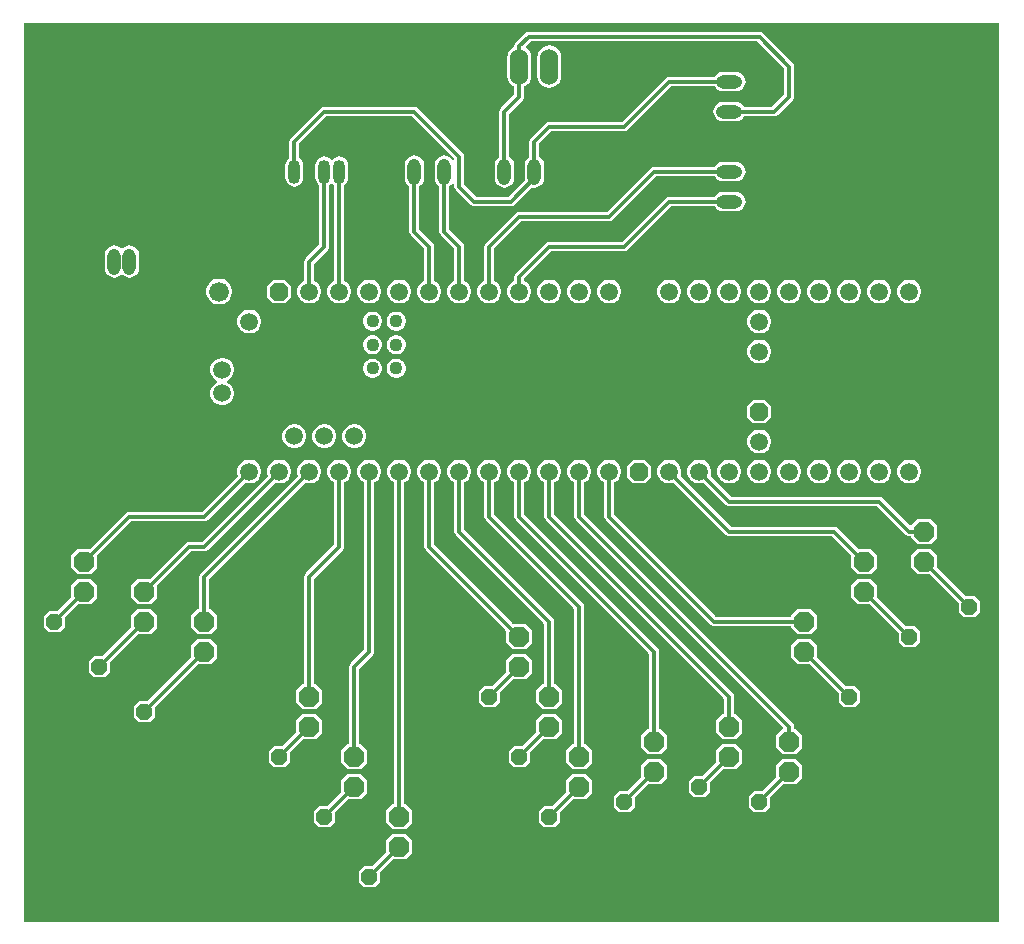
<source format=gbr>
%TF.GenerationSoftware,Altium Limited,Altium Designer,23.10.1 (27)*%
G04 Layer_Physical_Order=2*
G04 Layer_Color=16711680*
%FSLAX45Y45*%
%MOMM*%
%TF.SameCoordinates,426B7773-656D-43CA-B3D1-797A9469BCD4*%
%TF.FilePolarity,Positive*%
%TF.FileFunction,Copper,L2,Bot,Signal*%
%TF.Part,Single*%
G01*
G75*
%TA.AperFunction,ComponentPad*%
G04:AMPARAMS|DCode=10|XSize=1.6764mm|YSize=1.6764mm|CornerRadius=0mm|HoleSize=0mm|Usage=FLASHONLY|Rotation=270.000|XOffset=0mm|YOffset=0mm|HoleType=Round|Shape=Octagon|*
%AMOCTAGOND10*
4,1,8,-0.41910,-0.83820,0.41910,-0.83820,0.83820,-0.41910,0.83820,0.41910,0.41910,0.83820,-0.41910,0.83820,-0.83820,0.41910,-0.83820,-0.41910,-0.41910,-0.83820,0.0*
%
%ADD10OCTAGOND10*%

%ADD11O,1.10795X2.21590*%
G04:AMPARAMS|DCode=12|XSize=1.3208mm|YSize=1.3208mm|CornerRadius=0mm|HoleSize=0mm|Usage=FLASHONLY|Rotation=90.000|XOffset=0mm|YOffset=0mm|HoleType=Round|Shape=Octagon|*
%AMOCTAGOND12*
4,1,8,0.33020,0.66040,-0.33020,0.66040,-0.66040,0.33020,-0.66040,-0.33020,-0.33020,-0.66040,0.33020,-0.66040,0.66040,-0.33020,0.66040,0.33020,0.33020,0.66040,0.0*
%
%ADD12OCTAGOND12*%

%ADD13O,1.52400X3.04800*%
%ADD14O,1.01600X2.03200*%
%ADD15O,2.21590X1.10795*%
%ADD16C,1.10795*%
%ADD17C,1.50800*%
%ADD18R,1.50800X1.50800*%
G04:AMPARAMS|DCode=19|XSize=1.508mm|YSize=1.508mm|CornerRadius=0mm|HoleSize=0mm|Usage=FLASHONLY|Rotation=90.000|XOffset=0mm|YOffset=0mm|HoleType=Round|Shape=Octagon|*
%AMOCTAGOND19*
4,1,8,0.37700,0.75400,-0.37700,0.75400,-0.75400,0.37700,-0.75400,-0.37700,-0.37700,-0.75400,0.37700,-0.75400,0.75400,-0.37700,0.75400,0.37700,0.37700,0.75400,0.0*
%
%ADD19OCTAGOND19*%

%ADD20C,1.67640*%
%ADD21R,1.50800X1.50800*%
G04:AMPARAMS|DCode=22|XSize=1.3208mm|YSize=1.3208mm|CornerRadius=0mm|HoleSize=0mm|Usage=FLASHONLY|Rotation=0.000|XOffset=0mm|YOffset=0mm|HoleType=Round|Shape=Octagon|*
%AMOCTAGOND22*
4,1,8,0.66040,-0.33020,0.66040,0.33020,0.33020,0.66040,-0.33020,0.66040,-0.66040,0.33020,-0.66040,-0.33020,-0.33020,-0.66040,0.33020,-0.66040,0.66040,-0.33020,0.0*
%
%ADD22OCTAGOND22*%

%TA.AperFunction,Conductor*%
%ADD23C,0.30480*%
G36*
X8382000Y127000D02*
X127000D01*
Y7738529D01*
X8382000D01*
Y127000D01*
D02*
G37*
%LPC*%
G36*
X4572000Y7544677D02*
X4545477Y7541185D01*
X4520762Y7530948D01*
X4499538Y7514662D01*
X4483252Y7493438D01*
X4473015Y7468723D01*
X4469523Y7442200D01*
Y7289800D01*
X4473015Y7263277D01*
X4483252Y7238562D01*
X4499538Y7217338D01*
X4520762Y7201052D01*
X4545477Y7190815D01*
X4572000Y7187323D01*
X4598523Y7190815D01*
X4623238Y7201052D01*
X4644462Y7217338D01*
X4660748Y7238562D01*
X4670985Y7263277D01*
X4674477Y7289800D01*
Y7442200D01*
X4670985Y7468723D01*
X4660748Y7493438D01*
X4644462Y7514662D01*
X4623238Y7530948D01*
X4598523Y7541185D01*
X4572000Y7544677D01*
D02*
G37*
G36*
X6151397Y7320495D02*
X6040603D01*
X6019510Y7317718D01*
X5999855Y7309576D01*
X5982977Y7296625D01*
X5970555Y7280436D01*
X5588000D01*
X5572143Y7277282D01*
X5558700Y7268300D01*
X5189836Y6899436D01*
X4572000D01*
X4556143Y6896282D01*
X4542700Y6887300D01*
X4415700Y6760300D01*
X4406718Y6746857D01*
X4403564Y6731000D01*
Y6602445D01*
X4387375Y6590023D01*
X4374424Y6573145D01*
X4366282Y6553490D01*
X4363505Y6532397D01*
Y6421603D01*
X4366169Y6401372D01*
X4229234Y6264436D01*
X3954164D01*
X3851436Y6367164D01*
Y6604000D01*
X3848282Y6619857D01*
X3839300Y6633300D01*
X3458300Y7014300D01*
X3444857Y7023282D01*
X3429000Y7026436D01*
X2667001D01*
X2667000Y7026437D01*
X2651143Y7023282D01*
X2637700Y7014300D01*
X2383700Y6760300D01*
X2374718Y6746857D01*
X2371564Y6731000D01*
Y6592053D01*
X2358653Y6582147D01*
X2346439Y6566229D01*
X2338761Y6547692D01*
X2336142Y6527800D01*
Y6426200D01*
X2338761Y6406308D01*
X2346439Y6387771D01*
X2358653Y6371853D01*
X2374571Y6359639D01*
X2393108Y6351961D01*
X2413000Y6349342D01*
X2432892Y6351961D01*
X2451429Y6359639D01*
X2467347Y6371853D01*
X2479561Y6387771D01*
X2487239Y6406308D01*
X2489858Y6426200D01*
Y6527800D01*
X2487239Y6547692D01*
X2479561Y6566229D01*
X2467347Y6582147D01*
X2454436Y6592053D01*
Y6713836D01*
X2684164Y6943564D01*
X3411836D01*
X3768564Y6586836D01*
Y6570149D01*
X3755864Y6567623D01*
X3753576Y6573145D01*
X3740625Y6590023D01*
X3723747Y6602974D01*
X3704092Y6611115D01*
X3683000Y6613892D01*
X3661908Y6611115D01*
X3642253Y6602974D01*
X3625375Y6590023D01*
X3612424Y6573145D01*
X3604282Y6553490D01*
X3601505Y6532397D01*
Y6421603D01*
X3604282Y6400510D01*
X3612424Y6380855D01*
X3625375Y6363977D01*
X3641564Y6351555D01*
Y5969000D01*
X3644718Y5953143D01*
X3653700Y5939700D01*
X3768564Y5824836D01*
Y5553470D01*
X3748108Y5541660D01*
X3729340Y5522892D01*
X3716070Y5499907D01*
X3709200Y5474270D01*
Y5447730D01*
X3716070Y5422093D01*
X3729340Y5399108D01*
X3748108Y5380340D01*
X3771093Y5367070D01*
X3796730Y5360200D01*
X3823270D01*
X3848907Y5367070D01*
X3871892Y5380340D01*
X3890660Y5399108D01*
X3903930Y5422093D01*
X3910800Y5447730D01*
Y5474270D01*
X3903930Y5499907D01*
X3890660Y5522892D01*
X3871892Y5541660D01*
X3851436Y5553470D01*
Y5842000D01*
X3848282Y5857857D01*
X3839300Y5871300D01*
X3724436Y5986164D01*
Y6351555D01*
X3740625Y6363977D01*
X3753576Y6380855D01*
X3755864Y6386377D01*
X3768564Y6383851D01*
Y6350000D01*
X3771718Y6334143D01*
X3780700Y6320700D01*
X3907700Y6193700D01*
X3921143Y6184718D01*
X3937000Y6181564D01*
X4246397D01*
X4262254Y6184718D01*
X4275697Y6193700D01*
X4424769Y6342772D01*
X4445000Y6340108D01*
X4466092Y6342885D01*
X4485747Y6351026D01*
X4502625Y6363977D01*
X4515576Y6380855D01*
X4523718Y6400510D01*
X4526495Y6421603D01*
Y6532397D01*
X4523718Y6553490D01*
X4515576Y6573145D01*
X4502625Y6590023D01*
X4486436Y6602445D01*
Y6713836D01*
X4589164Y6816564D01*
X5207000D01*
X5222857Y6819718D01*
X5236300Y6828700D01*
X5605164Y7197564D01*
X5970555D01*
X5982977Y7181375D01*
X5999855Y7168424D01*
X6019510Y7160282D01*
X6040603Y7157505D01*
X6151397D01*
X6172490Y7160282D01*
X6192145Y7168424D01*
X6209023Y7181375D01*
X6221974Y7198253D01*
X6230115Y7217908D01*
X6232892Y7239000D01*
X6230115Y7260092D01*
X6221974Y7279747D01*
X6209023Y7296625D01*
X6192145Y7309576D01*
X6172490Y7317718D01*
X6151397Y7320495D01*
D02*
G37*
G36*
X6349999Y7661436D02*
X4396400D01*
X4380543Y7658282D01*
X4367100Y7649300D01*
X4288700Y7570900D01*
X4279718Y7557457D01*
X4276564Y7541600D01*
Y7535008D01*
X4266762Y7530948D01*
X4245538Y7514662D01*
X4229252Y7493438D01*
X4219015Y7468723D01*
X4215523Y7442200D01*
Y7289800D01*
X4219015Y7263277D01*
X4229252Y7238562D01*
X4245538Y7217338D01*
X4266762Y7201052D01*
X4276564Y7196992D01*
Y7129164D01*
X4161700Y7014300D01*
X4152718Y7000857D01*
X4149564Y6985000D01*
Y6602445D01*
X4133375Y6590023D01*
X4120424Y6573145D01*
X4112282Y6553490D01*
X4109505Y6532397D01*
Y6421603D01*
X4112282Y6400510D01*
X4120424Y6380855D01*
X4133375Y6363977D01*
X4150253Y6351026D01*
X4169908Y6342885D01*
X4191000Y6340108D01*
X4212092Y6342885D01*
X4231747Y6351026D01*
X4248625Y6363977D01*
X4261576Y6380855D01*
X4269718Y6400510D01*
X4272495Y6421603D01*
Y6532397D01*
X4269718Y6553490D01*
X4261576Y6573145D01*
X4248625Y6590023D01*
X4232436Y6602445D01*
Y6967836D01*
X4347300Y7082700D01*
X4356282Y7096143D01*
X4359436Y7112000D01*
Y7196992D01*
X4369238Y7201052D01*
X4390462Y7217338D01*
X4406748Y7238562D01*
X4416985Y7263277D01*
X4420477Y7289800D01*
Y7442200D01*
X4416985Y7468723D01*
X4406748Y7493438D01*
X4390462Y7514662D01*
X4377539Y7524579D01*
X4376223Y7541223D01*
X4413563Y7578564D01*
X6332836D01*
X6562564Y7348837D01*
Y7129164D01*
X6459836Y7026436D01*
X6221445D01*
X6209023Y7042625D01*
X6192145Y7055576D01*
X6172490Y7063718D01*
X6151397Y7066495D01*
X6040603D01*
X6019510Y7063718D01*
X5999855Y7055576D01*
X5982977Y7042625D01*
X5970026Y7025747D01*
X5961885Y7006092D01*
X5959108Y6985000D01*
X5961885Y6963908D01*
X5970026Y6944253D01*
X5982977Y6927375D01*
X5999855Y6914424D01*
X6019510Y6906282D01*
X6040603Y6903505D01*
X6151397D01*
X6172490Y6906282D01*
X6192145Y6914424D01*
X6209023Y6927375D01*
X6221445Y6943564D01*
X6477000D01*
X6492857Y6946718D01*
X6506300Y6955700D01*
X6633300Y7082700D01*
X6642282Y7096143D01*
X6645436Y7112000D01*
Y7365999D01*
X6645437Y7366000D01*
X6642282Y7381857D01*
X6633300Y7395300D01*
X6379299Y7649300D01*
X6365856Y7658282D01*
X6349999Y7661436D01*
D02*
G37*
G36*
X2794000Y6604658D02*
X2774108Y6602039D01*
X2755571Y6594361D01*
X2739653Y6582147D01*
X2736850Y6578493D01*
X2724150D01*
X2721347Y6582147D01*
X2705429Y6594361D01*
X2686892Y6602039D01*
X2667000Y6604658D01*
X2647108Y6602039D01*
X2628571Y6594361D01*
X2612653Y6582147D01*
X2600439Y6566229D01*
X2592761Y6547692D01*
X2590142Y6527800D01*
Y6426200D01*
X2592761Y6406308D01*
X2600439Y6387771D01*
X2612653Y6371853D01*
X2625564Y6361947D01*
Y5859164D01*
X2510700Y5744300D01*
X2501718Y5730857D01*
X2498564Y5715000D01*
Y5553470D01*
X2478108Y5541660D01*
X2459340Y5522892D01*
X2446070Y5499907D01*
X2439200Y5474270D01*
Y5447730D01*
X2446070Y5422093D01*
X2459340Y5399108D01*
X2478108Y5380340D01*
X2501093Y5367070D01*
X2526730Y5360200D01*
X2553270D01*
X2578907Y5367070D01*
X2601892Y5380340D01*
X2620660Y5399108D01*
X2633930Y5422093D01*
X2640800Y5447730D01*
Y5474270D01*
X2633930Y5499907D01*
X2620660Y5522892D01*
X2601892Y5541660D01*
X2581436Y5553470D01*
Y5697836D01*
X2696300Y5812700D01*
X2705282Y5826143D01*
X2708436Y5842000D01*
Y6361947D01*
X2721347Y6371853D01*
X2724150Y6375507D01*
X2736850D01*
X2739653Y6371853D01*
X2752564Y6361947D01*
Y5553470D01*
X2732108Y5541660D01*
X2713340Y5522892D01*
X2700070Y5499907D01*
X2693200Y5474270D01*
Y5447730D01*
X2700070Y5422093D01*
X2713340Y5399108D01*
X2732108Y5380340D01*
X2755093Y5367070D01*
X2780730Y5360200D01*
X2807270D01*
X2832907Y5367070D01*
X2855892Y5380340D01*
X2874660Y5399108D01*
X2887930Y5422093D01*
X2894800Y5447730D01*
Y5474270D01*
X2887930Y5499907D01*
X2874660Y5522892D01*
X2855892Y5541660D01*
X2835436Y5553470D01*
Y6361947D01*
X2848347Y6371853D01*
X2860561Y6387771D01*
X2868239Y6406308D01*
X2870858Y6426200D01*
Y6527800D01*
X2868239Y6547692D01*
X2860561Y6566229D01*
X2848347Y6582147D01*
X2832429Y6594361D01*
X2813892Y6602039D01*
X2794000Y6604658D01*
D02*
G37*
G36*
X6151397Y6558495D02*
X6040603D01*
X6019510Y6555718D01*
X5999855Y6547576D01*
X5982977Y6534625D01*
X5970555Y6518436D01*
X5461000D01*
X5445143Y6515282D01*
X5431700Y6506300D01*
X5062836Y6137436D01*
X4318001D01*
X4318000Y6137437D01*
X4302143Y6134282D01*
X4288700Y6125300D01*
X4034700Y5871300D01*
X4025718Y5857857D01*
X4022564Y5842000D01*
Y5553470D01*
X4002108Y5541660D01*
X3983340Y5522892D01*
X3970070Y5499907D01*
X3963200Y5474270D01*
Y5447730D01*
X3970070Y5422093D01*
X3983340Y5399108D01*
X4002108Y5380340D01*
X4025093Y5367070D01*
X4050730Y5360200D01*
X4077270D01*
X4102907Y5367070D01*
X4125892Y5380340D01*
X4144660Y5399108D01*
X4157930Y5422093D01*
X4164800Y5447730D01*
Y5474270D01*
X4157930Y5499907D01*
X4144660Y5522892D01*
X4125892Y5541660D01*
X4105436Y5553470D01*
Y5824836D01*
X4335164Y6054564D01*
X5080000D01*
X5095857Y6057718D01*
X5109300Y6066700D01*
X5478164Y6435564D01*
X5970555D01*
X5982977Y6419375D01*
X5999855Y6406424D01*
X6019510Y6398282D01*
X6040603Y6395505D01*
X6151397D01*
X6172490Y6398282D01*
X6192145Y6406424D01*
X6209023Y6419375D01*
X6221974Y6436253D01*
X6230115Y6455908D01*
X6232892Y6477000D01*
X6230115Y6498092D01*
X6221974Y6517747D01*
X6209023Y6534625D01*
X6192145Y6547576D01*
X6172490Y6555718D01*
X6151397Y6558495D01*
D02*
G37*
G36*
Y6304495D02*
X6040603D01*
X6019510Y6301718D01*
X5999855Y6293576D01*
X5982977Y6280625D01*
X5970555Y6264436D01*
X5588000D01*
X5572143Y6261282D01*
X5558700Y6252300D01*
X5189836Y5883436D01*
X4572001D01*
X4572000Y5883437D01*
X4556143Y5880282D01*
X4542700Y5871300D01*
X4288700Y5617300D01*
X4279718Y5603857D01*
X4276564Y5588000D01*
Y5553470D01*
X4256108Y5541660D01*
X4237340Y5522892D01*
X4224070Y5499907D01*
X4217200Y5474270D01*
Y5447730D01*
X4224070Y5422093D01*
X4237340Y5399108D01*
X4256108Y5380340D01*
X4279093Y5367070D01*
X4304730Y5360200D01*
X4331270D01*
X4356907Y5367070D01*
X4379892Y5380340D01*
X4398660Y5399108D01*
X4411930Y5422093D01*
X4418800Y5447730D01*
Y5474270D01*
X4411930Y5499907D01*
X4398660Y5522892D01*
X4379892Y5541660D01*
X4359436Y5553470D01*
Y5570836D01*
X4589164Y5800564D01*
X5207000D01*
X5222857Y5803718D01*
X5236300Y5812700D01*
X5605164Y6181564D01*
X5970555D01*
X5982977Y6165375D01*
X5999855Y6152424D01*
X6019510Y6144282D01*
X6040603Y6141505D01*
X6151397D01*
X6172490Y6144282D01*
X6192145Y6152424D01*
X6209023Y6165375D01*
X6221974Y6182253D01*
X6230115Y6201908D01*
X6232892Y6223000D01*
X6230115Y6244092D01*
X6221974Y6263747D01*
X6209023Y6280625D01*
X6192145Y6293576D01*
X6172490Y6301718D01*
X6151397Y6304495D01*
D02*
G37*
G36*
X1016000Y5851892D02*
X994908Y5849115D01*
X975253Y5840974D01*
X961055Y5830080D01*
X952500Y5828860D01*
X943945Y5830080D01*
X929747Y5840974D01*
X910092Y5849115D01*
X889000Y5851892D01*
X867908Y5849115D01*
X848253Y5840974D01*
X831375Y5828023D01*
X818424Y5811145D01*
X810282Y5791490D01*
X807505Y5770397D01*
Y5659603D01*
X810282Y5638510D01*
X818424Y5618855D01*
X831375Y5601977D01*
X848253Y5589026D01*
X867908Y5580885D01*
X889000Y5578108D01*
X910092Y5580885D01*
X929747Y5589026D01*
X943945Y5599920D01*
X952500Y5601140D01*
X961055Y5599920D01*
X975253Y5589026D01*
X994908Y5580885D01*
X1016000Y5578108D01*
X1037092Y5580885D01*
X1056747Y5589026D01*
X1073625Y5601977D01*
X1086576Y5618855D01*
X1094718Y5638510D01*
X1097495Y5659603D01*
Y5770397D01*
X1094718Y5791490D01*
X1086576Y5811145D01*
X1073625Y5828023D01*
X1056747Y5840974D01*
X1037092Y5849115D01*
X1016000Y5851892D01*
D02*
G37*
G36*
X7633270Y5561800D02*
X7606730D01*
X7581093Y5554930D01*
X7558108Y5541660D01*
X7539340Y5522892D01*
X7526070Y5499907D01*
X7519200Y5474270D01*
Y5447730D01*
X7526070Y5422093D01*
X7539340Y5399108D01*
X7558108Y5380340D01*
X7581093Y5367070D01*
X7606730Y5360200D01*
X7633270D01*
X7658907Y5367070D01*
X7681892Y5380340D01*
X7700660Y5399108D01*
X7713930Y5422093D01*
X7720800Y5447730D01*
Y5474270D01*
X7713930Y5499907D01*
X7700660Y5522892D01*
X7681892Y5541660D01*
X7658907Y5554930D01*
X7633270Y5561800D01*
D02*
G37*
G36*
X7379270D02*
X7352730D01*
X7327093Y5554930D01*
X7304108Y5541660D01*
X7285340Y5522892D01*
X7272070Y5499907D01*
X7265200Y5474270D01*
Y5447730D01*
X7272070Y5422093D01*
X7285340Y5399108D01*
X7304108Y5380340D01*
X7327093Y5367070D01*
X7352730Y5360200D01*
X7379270D01*
X7404907Y5367070D01*
X7427892Y5380340D01*
X7446660Y5399108D01*
X7459930Y5422093D01*
X7466800Y5447730D01*
Y5474270D01*
X7459930Y5499907D01*
X7446660Y5522892D01*
X7427892Y5541660D01*
X7404907Y5554930D01*
X7379270Y5561800D01*
D02*
G37*
G36*
X7125270D02*
X7098730D01*
X7073093Y5554930D01*
X7050108Y5541660D01*
X7031340Y5522892D01*
X7018070Y5499907D01*
X7011200Y5474270D01*
Y5447730D01*
X7018070Y5422093D01*
X7031340Y5399108D01*
X7050108Y5380340D01*
X7073093Y5367070D01*
X7098730Y5360200D01*
X7125270D01*
X7150907Y5367070D01*
X7173892Y5380340D01*
X7192660Y5399108D01*
X7205930Y5422093D01*
X7212800Y5447730D01*
Y5474270D01*
X7205930Y5499907D01*
X7192660Y5522892D01*
X7173892Y5541660D01*
X7150907Y5554930D01*
X7125270Y5561800D01*
D02*
G37*
G36*
X6871270D02*
X6844730D01*
X6819093Y5554930D01*
X6796108Y5541660D01*
X6777340Y5522892D01*
X6764070Y5499907D01*
X6757200Y5474270D01*
Y5447730D01*
X6764070Y5422093D01*
X6777340Y5399108D01*
X6796108Y5380340D01*
X6819093Y5367070D01*
X6844730Y5360200D01*
X6871270D01*
X6896907Y5367070D01*
X6919892Y5380340D01*
X6938660Y5399108D01*
X6951930Y5422093D01*
X6958800Y5447730D01*
Y5474270D01*
X6951930Y5499907D01*
X6938660Y5522892D01*
X6919892Y5541660D01*
X6896907Y5554930D01*
X6871270Y5561800D01*
D02*
G37*
G36*
X6617270D02*
X6590730D01*
X6565093Y5554930D01*
X6542108Y5541660D01*
X6523340Y5522892D01*
X6510070Y5499907D01*
X6503200Y5474270D01*
Y5447730D01*
X6510070Y5422093D01*
X6523340Y5399108D01*
X6542108Y5380340D01*
X6565093Y5367070D01*
X6590730Y5360200D01*
X6617270D01*
X6642907Y5367070D01*
X6665892Y5380340D01*
X6684660Y5399108D01*
X6697930Y5422093D01*
X6704800Y5447730D01*
Y5474270D01*
X6697930Y5499907D01*
X6684660Y5522892D01*
X6665892Y5541660D01*
X6642907Y5554930D01*
X6617270Y5561800D01*
D02*
G37*
G36*
X6363270D02*
X6336730D01*
X6311093Y5554930D01*
X6288108Y5541660D01*
X6269340Y5522892D01*
X6256070Y5499907D01*
X6249200Y5474270D01*
Y5447730D01*
X6256070Y5422093D01*
X6269340Y5399108D01*
X6288108Y5380340D01*
X6311093Y5367070D01*
X6336730Y5360200D01*
X6363270D01*
X6388907Y5367070D01*
X6411892Y5380340D01*
X6430660Y5399108D01*
X6443930Y5422093D01*
X6450800Y5447730D01*
Y5474270D01*
X6443930Y5499907D01*
X6430660Y5522892D01*
X6411892Y5541660D01*
X6388907Y5554930D01*
X6363270Y5561800D01*
D02*
G37*
G36*
X6109270D02*
X6082730D01*
X6057093Y5554930D01*
X6034108Y5541660D01*
X6015340Y5522892D01*
X6002070Y5499907D01*
X5995200Y5474270D01*
Y5447730D01*
X6002070Y5422093D01*
X6015340Y5399108D01*
X6034108Y5380340D01*
X6057093Y5367070D01*
X6082730Y5360200D01*
X6109270D01*
X6134907Y5367070D01*
X6157892Y5380340D01*
X6176660Y5399108D01*
X6189930Y5422093D01*
X6196800Y5447730D01*
Y5474270D01*
X6189930Y5499907D01*
X6176660Y5522892D01*
X6157892Y5541660D01*
X6134907Y5554930D01*
X6109270Y5561800D01*
D02*
G37*
G36*
X5855270D02*
X5828730D01*
X5803093Y5554930D01*
X5780108Y5541660D01*
X5761340Y5522892D01*
X5748070Y5499907D01*
X5741200Y5474270D01*
Y5447730D01*
X5748070Y5422093D01*
X5761340Y5399108D01*
X5780108Y5380340D01*
X5803093Y5367070D01*
X5828730Y5360200D01*
X5855270D01*
X5880907Y5367070D01*
X5903892Y5380340D01*
X5922660Y5399108D01*
X5935930Y5422093D01*
X5942800Y5447730D01*
Y5474270D01*
X5935930Y5499907D01*
X5922660Y5522892D01*
X5903892Y5541660D01*
X5880907Y5554930D01*
X5855270Y5561800D01*
D02*
G37*
G36*
X5601270D02*
X5574730D01*
X5549093Y5554930D01*
X5526108Y5541660D01*
X5507340Y5522892D01*
X5494070Y5499907D01*
X5487200Y5474270D01*
Y5447730D01*
X5494070Y5422093D01*
X5507340Y5399108D01*
X5526108Y5380340D01*
X5549093Y5367070D01*
X5574730Y5360200D01*
X5601270D01*
X5626907Y5367070D01*
X5649892Y5380340D01*
X5668660Y5399108D01*
X5681930Y5422093D01*
X5688800Y5447730D01*
Y5474270D01*
X5681930Y5499907D01*
X5668660Y5522892D01*
X5649892Y5541660D01*
X5626907Y5554930D01*
X5601270Y5561800D01*
D02*
G37*
G36*
X5093270D02*
X5066730D01*
X5041093Y5554930D01*
X5018108Y5541660D01*
X4999340Y5522892D01*
X4986070Y5499907D01*
X4979200Y5474270D01*
Y5447730D01*
X4986070Y5422093D01*
X4999340Y5399108D01*
X5018108Y5380340D01*
X5041093Y5367070D01*
X5066730Y5360200D01*
X5093270D01*
X5118907Y5367070D01*
X5141892Y5380340D01*
X5160660Y5399108D01*
X5173930Y5422093D01*
X5180800Y5447730D01*
Y5474270D01*
X5173930Y5499907D01*
X5160660Y5522892D01*
X5141892Y5541660D01*
X5118907Y5554930D01*
X5093270Y5561800D01*
D02*
G37*
G36*
X4839270D02*
X4812730D01*
X4787093Y5554930D01*
X4764108Y5541660D01*
X4745340Y5522892D01*
X4732070Y5499907D01*
X4725200Y5474270D01*
Y5447730D01*
X4732070Y5422093D01*
X4745340Y5399108D01*
X4764108Y5380340D01*
X4787093Y5367070D01*
X4812730Y5360200D01*
X4839270D01*
X4864907Y5367070D01*
X4887892Y5380340D01*
X4906660Y5399108D01*
X4919930Y5422093D01*
X4926800Y5447730D01*
Y5474270D01*
X4919930Y5499907D01*
X4906660Y5522892D01*
X4887892Y5541660D01*
X4864907Y5554930D01*
X4839270Y5561800D01*
D02*
G37*
G36*
X4585270D02*
X4558730D01*
X4533093Y5554930D01*
X4510108Y5541660D01*
X4491340Y5522892D01*
X4478070Y5499907D01*
X4471200Y5474270D01*
Y5447730D01*
X4478070Y5422093D01*
X4491340Y5399108D01*
X4510108Y5380340D01*
X4533093Y5367070D01*
X4558730Y5360200D01*
X4585270D01*
X4610907Y5367070D01*
X4633892Y5380340D01*
X4652660Y5399108D01*
X4665930Y5422093D01*
X4672800Y5447730D01*
Y5474270D01*
X4665930Y5499907D01*
X4652660Y5522892D01*
X4633892Y5541660D01*
X4610907Y5554930D01*
X4585270Y5561800D01*
D02*
G37*
G36*
X3429000Y6613892D02*
X3407908Y6611115D01*
X3388253Y6602974D01*
X3371375Y6590023D01*
X3358424Y6573145D01*
X3350282Y6553490D01*
X3347505Y6532397D01*
Y6421603D01*
X3350282Y6400510D01*
X3358424Y6380855D01*
X3371375Y6363977D01*
X3387564Y6351555D01*
Y5969000D01*
X3390718Y5953143D01*
X3399700Y5939700D01*
X3514564Y5824836D01*
Y5553470D01*
X3494108Y5541660D01*
X3475340Y5522892D01*
X3462070Y5499907D01*
X3455200Y5474270D01*
Y5447730D01*
X3462070Y5422093D01*
X3475340Y5399108D01*
X3494108Y5380340D01*
X3517093Y5367070D01*
X3542730Y5360200D01*
X3569270D01*
X3594907Y5367070D01*
X3617892Y5380340D01*
X3636660Y5399108D01*
X3649930Y5422093D01*
X3656800Y5447730D01*
Y5474270D01*
X3649930Y5499907D01*
X3636660Y5522892D01*
X3617892Y5541660D01*
X3597436Y5553470D01*
Y5842000D01*
X3594282Y5857857D01*
X3585300Y5871300D01*
X3470436Y5986164D01*
Y6351555D01*
X3486625Y6363977D01*
X3499576Y6380855D01*
X3507718Y6400510D01*
X3510495Y6421603D01*
Y6532397D01*
X3507718Y6553490D01*
X3499576Y6573145D01*
X3486625Y6590023D01*
X3469747Y6602974D01*
X3450092Y6611115D01*
X3429000Y6613892D01*
D02*
G37*
G36*
X3315270Y5561800D02*
X3288730D01*
X3263093Y5554930D01*
X3240108Y5541660D01*
X3221340Y5522892D01*
X3208070Y5499907D01*
X3201200Y5474270D01*
Y5447730D01*
X3208070Y5422093D01*
X3221340Y5399108D01*
X3240108Y5380340D01*
X3263093Y5367070D01*
X3288730Y5360200D01*
X3315270D01*
X3340907Y5367070D01*
X3363892Y5380340D01*
X3382660Y5399108D01*
X3395930Y5422093D01*
X3402800Y5447730D01*
Y5474270D01*
X3395930Y5499907D01*
X3382660Y5522892D01*
X3363892Y5541660D01*
X3340907Y5554930D01*
X3315270Y5561800D01*
D02*
G37*
G36*
X3061270D02*
X3034730D01*
X3009093Y5554930D01*
X2986108Y5541660D01*
X2967340Y5522892D01*
X2954070Y5499907D01*
X2947200Y5474270D01*
Y5447730D01*
X2954070Y5422093D01*
X2967340Y5399108D01*
X2986108Y5380340D01*
X3009093Y5367070D01*
X3034730Y5360200D01*
X3061270D01*
X3086907Y5367070D01*
X3109892Y5380340D01*
X3128660Y5399108D01*
X3141930Y5422093D01*
X3148800Y5447730D01*
Y5474270D01*
X3141930Y5499907D01*
X3128660Y5522892D01*
X3109892Y5541660D01*
X3086907Y5554930D01*
X3061270Y5561800D01*
D02*
G37*
G36*
X2336400D02*
X2235600D01*
X2185200Y5511400D01*
Y5410600D01*
X2235600Y5360200D01*
X2336400D01*
X2386800Y5410600D01*
Y5511400D01*
X2336400Y5561800D01*
D02*
G37*
G36*
X1792379Y5570220D02*
X1763621D01*
X1735843Y5562777D01*
X1710937Y5548398D01*
X1690602Y5528063D01*
X1676223Y5503157D01*
X1668780Y5475379D01*
Y5446621D01*
X1676223Y5418843D01*
X1690602Y5393937D01*
X1710937Y5373602D01*
X1735843Y5359223D01*
X1763621Y5351780D01*
X1792379D01*
X1820157Y5359223D01*
X1845063Y5373602D01*
X1865398Y5393937D01*
X1879777Y5418843D01*
X1887220Y5446621D01*
Y5475379D01*
X1879777Y5503157D01*
X1865398Y5528063D01*
X1845063Y5548398D01*
X1820157Y5562777D01*
X1792379Y5570220D01*
D02*
G37*
G36*
X3285637Y5291785D02*
X3264363D01*
X3243813Y5286279D01*
X3225389Y5275642D01*
X3210346Y5260599D01*
X3199709Y5242174D01*
X3194202Y5221625D01*
Y5200351D01*
X3199709Y5179801D01*
X3210346Y5161377D01*
X3225389Y5146334D01*
X3243813Y5135697D01*
X3264363Y5130190D01*
X3285637D01*
X3306186Y5135697D01*
X3324611Y5146334D01*
X3339654Y5161377D01*
X3350291Y5179801D01*
X3355797Y5200351D01*
Y5221625D01*
X3350291Y5242174D01*
X3339654Y5260599D01*
X3324611Y5275642D01*
X3306186Y5286279D01*
X3285637Y5291785D01*
D02*
G37*
G36*
X3085637D02*
X3064363D01*
X3043814Y5286279D01*
X3025389Y5275642D01*
X3010346Y5260599D01*
X2999709Y5242174D01*
X2994203Y5221625D01*
Y5200351D01*
X2999709Y5179801D01*
X3010346Y5161377D01*
X3025389Y5146334D01*
X3043814Y5135697D01*
X3064363Y5130190D01*
X3085637D01*
X3106187Y5135697D01*
X3124611Y5146334D01*
X3139654Y5161377D01*
X3150291Y5179801D01*
X3155798Y5200351D01*
Y5221625D01*
X3150291Y5242174D01*
X3139654Y5260599D01*
X3124611Y5275642D01*
X3106187Y5286279D01*
X3085637Y5291785D01*
D02*
G37*
G36*
X6363270Y5307800D02*
X6336730D01*
X6311093Y5300930D01*
X6288108Y5287660D01*
X6269340Y5268892D01*
X6256070Y5245907D01*
X6249200Y5220270D01*
Y5193730D01*
X6256070Y5168093D01*
X6269340Y5145108D01*
X6288108Y5126340D01*
X6311093Y5113070D01*
X6336730Y5106200D01*
X6363270D01*
X6388907Y5113070D01*
X6411892Y5126340D01*
X6430660Y5145108D01*
X6443930Y5168093D01*
X6450800Y5193730D01*
Y5220270D01*
X6443930Y5245907D01*
X6430660Y5268892D01*
X6411892Y5287660D01*
X6388907Y5300930D01*
X6363270Y5307800D01*
D02*
G37*
G36*
X2045270D02*
X2018730D01*
X1993093Y5300930D01*
X1970108Y5287660D01*
X1951340Y5268892D01*
X1938070Y5245907D01*
X1931200Y5220270D01*
Y5193730D01*
X1938070Y5168093D01*
X1951340Y5145108D01*
X1970108Y5126340D01*
X1993093Y5113070D01*
X2018730Y5106200D01*
X2045270D01*
X2070907Y5113070D01*
X2093892Y5126340D01*
X2112660Y5145108D01*
X2125930Y5168093D01*
X2132800Y5193730D01*
Y5220270D01*
X2125930Y5245907D01*
X2112660Y5268892D01*
X2093892Y5287660D01*
X2070907Y5300930D01*
X2045270Y5307800D01*
D02*
G37*
G36*
X3285637Y5091786D02*
X3264363D01*
X3243813Y5086279D01*
X3225389Y5075642D01*
X3210346Y5060599D01*
X3199709Y5042175D01*
X3194202Y5021625D01*
Y5000351D01*
X3199709Y4979802D01*
X3210346Y4961377D01*
X3225389Y4946334D01*
X3243813Y4935697D01*
X3264363Y4930191D01*
X3285637D01*
X3306186Y4935697D01*
X3324611Y4946334D01*
X3339654Y4961377D01*
X3350291Y4979802D01*
X3355797Y5000351D01*
Y5021625D01*
X3350291Y5042175D01*
X3339654Y5060599D01*
X3324611Y5075642D01*
X3306186Y5086279D01*
X3285637Y5091786D01*
D02*
G37*
G36*
X3085637D02*
X3064363D01*
X3043814Y5086279D01*
X3025389Y5075642D01*
X3010346Y5060599D01*
X2999709Y5042175D01*
X2994203Y5021625D01*
Y5000351D01*
X2999709Y4979802D01*
X3010346Y4961377D01*
X3025389Y4946334D01*
X3043814Y4935697D01*
X3064363Y4930191D01*
X3085637D01*
X3106187Y4935697D01*
X3124611Y4946334D01*
X3139654Y4961377D01*
X3150291Y4979802D01*
X3155798Y5000351D01*
Y5021625D01*
X3150291Y5042175D01*
X3139654Y5060599D01*
X3124611Y5075642D01*
X3106187Y5086279D01*
X3085637Y5091786D01*
D02*
G37*
G36*
X6363270Y5053800D02*
X6336730D01*
X6311093Y5046930D01*
X6288108Y5033660D01*
X6269340Y5014892D01*
X6256070Y4991907D01*
X6249200Y4966270D01*
Y4939730D01*
X6256070Y4914093D01*
X6269340Y4891108D01*
X6288108Y4872340D01*
X6311093Y4859070D01*
X6336730Y4852200D01*
X6363270D01*
X6388907Y4859070D01*
X6411892Y4872340D01*
X6430660Y4891108D01*
X6443930Y4914093D01*
X6450800Y4939730D01*
Y4966270D01*
X6443930Y4991907D01*
X6430660Y5014892D01*
X6411892Y5033660D01*
X6388907Y5046930D01*
X6363270Y5053800D01*
D02*
G37*
G36*
X3285637Y4891786D02*
X3264363D01*
X3243813Y4886280D01*
X3225389Y4875643D01*
X3210346Y4860599D01*
X3199709Y4842175D01*
X3194202Y4821626D01*
Y4800351D01*
X3199709Y4779802D01*
X3210346Y4761378D01*
X3225389Y4746335D01*
X3243813Y4735697D01*
X3264363Y4730191D01*
X3285637D01*
X3306186Y4735697D01*
X3324611Y4746335D01*
X3339654Y4761378D01*
X3350291Y4779802D01*
X3355797Y4800351D01*
Y4821626D01*
X3350291Y4842175D01*
X3339654Y4860599D01*
X3324611Y4875643D01*
X3306186Y4886280D01*
X3285637Y4891786D01*
D02*
G37*
G36*
X3085637D02*
X3064363D01*
X3043814Y4886280D01*
X3025389Y4875643D01*
X3010346Y4860599D01*
X2999709Y4842175D01*
X2994203Y4821626D01*
Y4800351D01*
X2999709Y4779802D01*
X3010346Y4761378D01*
X3025389Y4746335D01*
X3043814Y4735697D01*
X3064363Y4730191D01*
X3085637D01*
X3106187Y4735697D01*
X3124611Y4746335D01*
X3139654Y4761378D01*
X3150291Y4779802D01*
X3155798Y4800351D01*
Y4821626D01*
X3150291Y4842175D01*
X3139654Y4860599D01*
X3124611Y4875643D01*
X3106187Y4886280D01*
X3085637Y4891786D01*
D02*
G37*
G36*
X1814283Y4899800D02*
X1787742D01*
X1762105Y4892930D01*
X1739120Y4879660D01*
X1720352Y4860892D01*
X1707082Y4837907D01*
X1700212Y4812270D01*
Y4785729D01*
X1707082Y4760093D01*
X1720352Y4737107D01*
X1739120Y4718340D01*
X1760911Y4705759D01*
X1761958Y4699000D01*
X1760911Y4692241D01*
X1739120Y4679660D01*
X1720352Y4660893D01*
X1707082Y4637907D01*
X1700212Y4612271D01*
Y4585730D01*
X1707082Y4560093D01*
X1720352Y4537108D01*
X1739120Y4518340D01*
X1762105Y4505070D01*
X1787742Y4498200D01*
X1814283D01*
X1839920Y4505070D01*
X1862905Y4518340D01*
X1881672Y4537108D01*
X1894943Y4560093D01*
X1901812Y4585730D01*
Y4612271D01*
X1894943Y4637907D01*
X1881672Y4660893D01*
X1862905Y4679660D01*
X1841114Y4692241D01*
X1840067Y4699000D01*
X1841114Y4705759D01*
X1862905Y4718340D01*
X1881672Y4737107D01*
X1894943Y4760093D01*
X1901812Y4785729D01*
Y4812270D01*
X1894943Y4837907D01*
X1881672Y4860892D01*
X1862905Y4879660D01*
X1839920Y4892930D01*
X1814283Y4899800D01*
D02*
G37*
G36*
X6400400Y4545800D02*
X6299600D01*
X6249200Y4495400D01*
Y4394600D01*
X6299600Y4344200D01*
X6400400D01*
X6450800Y4394600D01*
Y4495400D01*
X6400400Y4545800D01*
D02*
G37*
G36*
X2934270Y4337799D02*
X2907730D01*
X2882093Y4330930D01*
X2859108Y4317659D01*
X2840340Y4298892D01*
X2827070Y4275907D01*
X2820200Y4250270D01*
Y4223729D01*
X2827070Y4198092D01*
X2840340Y4175107D01*
X2859108Y4156339D01*
X2882093Y4143069D01*
X2907730Y4136200D01*
X2934270D01*
X2959907Y4143069D01*
X2982892Y4156339D01*
X3001660Y4175107D01*
X3014930Y4198092D01*
X3021800Y4223729D01*
Y4250270D01*
X3014930Y4275907D01*
X3001660Y4298892D01*
X2982892Y4317659D01*
X2959907Y4330930D01*
X2934270Y4337799D01*
D02*
G37*
G36*
X2680270D02*
X2653730D01*
X2628093Y4330930D01*
X2605108Y4317659D01*
X2586340Y4298892D01*
X2573070Y4275907D01*
X2566200Y4250270D01*
Y4223729D01*
X2573070Y4198092D01*
X2586340Y4175107D01*
X2605108Y4156339D01*
X2628093Y4143069D01*
X2653730Y4136200D01*
X2680270D01*
X2705907Y4143069D01*
X2728892Y4156339D01*
X2747660Y4175107D01*
X2760930Y4198092D01*
X2767800Y4223729D01*
Y4250270D01*
X2760930Y4275907D01*
X2747660Y4298892D01*
X2728892Y4317659D01*
X2705907Y4330930D01*
X2680270Y4337799D01*
D02*
G37*
G36*
X2426270D02*
X2399730D01*
X2374093Y4330930D01*
X2351108Y4317659D01*
X2332340Y4298892D01*
X2319070Y4275907D01*
X2312200Y4250270D01*
Y4223729D01*
X2319070Y4198092D01*
X2332340Y4175107D01*
X2351108Y4156339D01*
X2374093Y4143069D01*
X2399730Y4136200D01*
X2426270D01*
X2451907Y4143069D01*
X2474892Y4156339D01*
X2493660Y4175107D01*
X2506930Y4198092D01*
X2513800Y4223729D01*
Y4250270D01*
X2506930Y4275907D01*
X2493660Y4298892D01*
X2474892Y4317659D01*
X2451907Y4330930D01*
X2426270Y4337799D01*
D02*
G37*
G36*
X6363270Y4291800D02*
X6336730D01*
X6311093Y4284930D01*
X6288108Y4271660D01*
X6269340Y4252892D01*
X6256070Y4229907D01*
X6249200Y4204270D01*
Y4177730D01*
X6256070Y4152093D01*
X6269340Y4129108D01*
X6288108Y4110340D01*
X6311093Y4097070D01*
X6336730Y4090200D01*
X6363270D01*
X6388907Y4097070D01*
X6411892Y4110340D01*
X6430660Y4129108D01*
X6443930Y4152093D01*
X6450800Y4177730D01*
Y4204270D01*
X6443930Y4229907D01*
X6430660Y4252892D01*
X6411892Y4271660D01*
X6388907Y4284930D01*
X6363270Y4291800D01*
D02*
G37*
G36*
X7633270Y4037800D02*
X7606730D01*
X7581093Y4030930D01*
X7558108Y4017660D01*
X7539340Y3998892D01*
X7526070Y3975907D01*
X7519200Y3950270D01*
Y3923730D01*
X7526070Y3898093D01*
X7539340Y3875108D01*
X7558108Y3856340D01*
X7581093Y3843070D01*
X7606730Y3836200D01*
X7633270D01*
X7658907Y3843070D01*
X7681892Y3856340D01*
X7700660Y3875108D01*
X7713930Y3898093D01*
X7720800Y3923730D01*
Y3950270D01*
X7713930Y3975907D01*
X7700660Y3998892D01*
X7681892Y4017660D01*
X7658907Y4030930D01*
X7633270Y4037800D01*
D02*
G37*
G36*
X7379270D02*
X7352730D01*
X7327093Y4030930D01*
X7304108Y4017660D01*
X7285340Y3998892D01*
X7272070Y3975907D01*
X7265200Y3950270D01*
Y3923730D01*
X7272070Y3898093D01*
X7285340Y3875108D01*
X7304108Y3856340D01*
X7327093Y3843070D01*
X7352730Y3836200D01*
X7379270D01*
X7404907Y3843070D01*
X7427892Y3856340D01*
X7446660Y3875108D01*
X7459930Y3898093D01*
X7466800Y3923730D01*
Y3950270D01*
X7459930Y3975907D01*
X7446660Y3998892D01*
X7427892Y4017660D01*
X7404907Y4030930D01*
X7379270Y4037800D01*
D02*
G37*
G36*
X7125270D02*
X7098730D01*
X7073093Y4030930D01*
X7050108Y4017660D01*
X7031340Y3998892D01*
X7018070Y3975907D01*
X7011200Y3950270D01*
Y3923730D01*
X7018070Y3898093D01*
X7031340Y3875108D01*
X7050108Y3856340D01*
X7073093Y3843070D01*
X7098730Y3836200D01*
X7125270D01*
X7150907Y3843070D01*
X7173892Y3856340D01*
X7192660Y3875108D01*
X7205930Y3898093D01*
X7212800Y3923730D01*
Y3950270D01*
X7205930Y3975907D01*
X7192660Y3998892D01*
X7173892Y4017660D01*
X7150907Y4030930D01*
X7125270Y4037800D01*
D02*
G37*
G36*
X6871270D02*
X6844730D01*
X6819093Y4030930D01*
X6796108Y4017660D01*
X6777340Y3998892D01*
X6764070Y3975907D01*
X6757200Y3950270D01*
Y3923730D01*
X6764070Y3898093D01*
X6777340Y3875108D01*
X6796108Y3856340D01*
X6819093Y3843070D01*
X6844730Y3836200D01*
X6871270D01*
X6896907Y3843070D01*
X6919892Y3856340D01*
X6938660Y3875108D01*
X6951930Y3898093D01*
X6958800Y3923730D01*
Y3950270D01*
X6951930Y3975907D01*
X6938660Y3998892D01*
X6919892Y4017660D01*
X6896907Y4030930D01*
X6871270Y4037800D01*
D02*
G37*
G36*
X6617270D02*
X6590730D01*
X6565093Y4030930D01*
X6542108Y4017660D01*
X6523340Y3998892D01*
X6510070Y3975907D01*
X6503200Y3950270D01*
Y3923730D01*
X6510070Y3898093D01*
X6523340Y3875108D01*
X6542108Y3856340D01*
X6565093Y3843070D01*
X6590730Y3836200D01*
X6617270D01*
X6642907Y3843070D01*
X6665892Y3856340D01*
X6684660Y3875108D01*
X6697930Y3898093D01*
X6704800Y3923730D01*
Y3950270D01*
X6697930Y3975907D01*
X6684660Y3998892D01*
X6665892Y4017660D01*
X6642907Y4030930D01*
X6617270Y4037800D01*
D02*
G37*
G36*
X6363270D02*
X6336730D01*
X6311093Y4030930D01*
X6288108Y4017660D01*
X6269340Y3998892D01*
X6256070Y3975907D01*
X6249200Y3950270D01*
Y3923730D01*
X6256070Y3898093D01*
X6269340Y3875108D01*
X6288108Y3856340D01*
X6311093Y3843070D01*
X6336730Y3836200D01*
X6363270D01*
X6388907Y3843070D01*
X6411892Y3856340D01*
X6430660Y3875108D01*
X6443930Y3898093D01*
X6450800Y3923730D01*
Y3950270D01*
X6443930Y3975907D01*
X6430660Y3998892D01*
X6411892Y4017660D01*
X6388907Y4030930D01*
X6363270Y4037800D01*
D02*
G37*
G36*
X6109270D02*
X6082730D01*
X6057093Y4030930D01*
X6034108Y4017660D01*
X6015340Y3998892D01*
X6002070Y3975907D01*
X5995200Y3950270D01*
Y3923730D01*
X6002070Y3898093D01*
X6015340Y3875108D01*
X6034108Y3856340D01*
X6057093Y3843070D01*
X6082730Y3836200D01*
X6109270D01*
X6134907Y3843070D01*
X6157892Y3856340D01*
X6176660Y3875108D01*
X6189930Y3898093D01*
X6196800Y3923730D01*
Y3950270D01*
X6189930Y3975907D01*
X6176660Y3998892D01*
X6157892Y4017660D01*
X6134907Y4030930D01*
X6109270Y4037800D01*
D02*
G37*
G36*
X5384400D02*
X5283600D01*
X5233200Y3987400D01*
Y3886600D01*
X5283600Y3836200D01*
X5384400D01*
X5434800Y3886600D01*
Y3987400D01*
X5384400Y4037800D01*
D02*
G37*
G36*
X2553270D02*
X2526730D01*
X2501093Y4030930D01*
X2478108Y4017660D01*
X2459340Y3998892D01*
X2446070Y3975907D01*
X2439200Y3950270D01*
Y3923730D01*
X2445314Y3900913D01*
X1621700Y3077300D01*
X1612718Y3063857D01*
X1609564Y3048000D01*
Y2776220D01*
X1596390D01*
X1541780Y2721610D01*
Y2612390D01*
X1596390Y2557780D01*
X1705610D01*
X1760220Y2612390D01*
Y2721610D01*
X1705610Y2776220D01*
X1692436D01*
Y3030836D01*
X2503913Y3842314D01*
X2526730Y3836200D01*
X2553270D01*
X2578907Y3843070D01*
X2601892Y3856340D01*
X2620660Y3875108D01*
X2633930Y3898093D01*
X2640800Y3923730D01*
Y3950270D01*
X2633930Y3975907D01*
X2620660Y3998892D01*
X2601892Y4017660D01*
X2578907Y4030930D01*
X2553270Y4037800D01*
D02*
G37*
G36*
X2299270D02*
X2272730D01*
X2247093Y4030930D01*
X2224108Y4017660D01*
X2205340Y3998892D01*
X2192070Y3975907D01*
X2185200Y3950270D01*
Y3923730D01*
X2191314Y3900913D01*
X1633836Y3343436D01*
X1524000D01*
X1508143Y3340282D01*
X1494700Y3331300D01*
X1193620Y3030220D01*
X1088390D01*
X1033780Y2975610D01*
Y2866390D01*
X1088390Y2811780D01*
X1197610D01*
X1252220Y2866390D01*
Y2971620D01*
X1541164Y3260564D01*
X1651000D01*
X1666857Y3263718D01*
X1680300Y3272700D01*
X2249913Y3842314D01*
X2272730Y3836200D01*
X2299270D01*
X2324907Y3843070D01*
X2347892Y3856340D01*
X2366660Y3875108D01*
X2379930Y3898093D01*
X2386800Y3923730D01*
Y3950270D01*
X2379930Y3975907D01*
X2366660Y3998892D01*
X2347892Y4017660D01*
X2324907Y4030930D01*
X2299270Y4037800D01*
D02*
G37*
G36*
X2045270D02*
X2018730D01*
X1993093Y4030930D01*
X1970108Y4017660D01*
X1951340Y3998892D01*
X1938070Y3975907D01*
X1931200Y3950270D01*
Y3923730D01*
X1937314Y3900913D01*
X1633836Y3597436D01*
X1016000D01*
X1000143Y3594282D01*
X986700Y3585300D01*
X685620Y3284220D01*
X580390D01*
X525780Y3229610D01*
Y3120390D01*
X580390Y3065780D01*
X689610D01*
X744220Y3120390D01*
Y3225620D01*
X1033164Y3514564D01*
X1651000D01*
X1666857Y3517718D01*
X1680300Y3526700D01*
X1995913Y3842314D01*
X2018730Y3836200D01*
X2045270D01*
X2070907Y3843070D01*
X2093892Y3856340D01*
X2112660Y3875108D01*
X2125930Y3898093D01*
X2132800Y3923730D01*
Y3950270D01*
X2125930Y3975907D01*
X2112660Y3998892D01*
X2093892Y4017660D01*
X2070907Y4030930D01*
X2045270Y4037800D01*
D02*
G37*
G36*
X5855270D02*
X5828730D01*
X5803093Y4030930D01*
X5780108Y4017660D01*
X5761340Y3998892D01*
X5748070Y3975907D01*
X5741200Y3950270D01*
Y3923730D01*
X5748070Y3898093D01*
X5761340Y3875108D01*
X5780108Y3856340D01*
X5803093Y3843070D01*
X5828730Y3836200D01*
X5855270D01*
X5878087Y3842314D01*
X6066700Y3653700D01*
X6080143Y3644718D01*
X6096000Y3641563D01*
X6096001Y3641564D01*
X7348836D01*
X7590700Y3399700D01*
X7604143Y3390718D01*
X7620000Y3387563D01*
X7620001Y3387564D01*
X7637780D01*
Y3374390D01*
X7692390Y3319780D01*
X7801610D01*
X7856220Y3374390D01*
Y3483610D01*
X7801610Y3538220D01*
X7692390D01*
X7637780Y3483610D01*
X7625080Y3482520D01*
X7395300Y3712300D01*
X7381857Y3721282D01*
X7366000Y3724436D01*
X6113164D01*
X5936686Y3900913D01*
X5942800Y3923730D01*
Y3950270D01*
X5935930Y3975907D01*
X5922660Y3998892D01*
X5903892Y4017660D01*
X5880907Y4030930D01*
X5855270Y4037800D01*
D02*
G37*
G36*
X5601270D02*
X5574730D01*
X5549093Y4030930D01*
X5526108Y4017660D01*
X5507340Y3998892D01*
X5494070Y3975907D01*
X5487200Y3950270D01*
Y3923730D01*
X5494070Y3898093D01*
X5507340Y3875108D01*
X5526108Y3856340D01*
X5549093Y3843070D01*
X5574730Y3836200D01*
X5601270D01*
X5624087Y3842314D01*
X6066700Y3399700D01*
X6080143Y3390718D01*
X6096000Y3387564D01*
X6967836D01*
X7129780Y3225620D01*
Y3120390D01*
X7184390Y3065780D01*
X7293610D01*
X7348220Y3120390D01*
Y3229610D01*
X7293610Y3284220D01*
X7188380D01*
X7014300Y3458300D01*
X7000857Y3467282D01*
X6985000Y3470436D01*
X6113164D01*
X5682686Y3900913D01*
X5688800Y3923730D01*
Y3950270D01*
X5681930Y3975907D01*
X5668660Y3998892D01*
X5649892Y4017660D01*
X5626907Y4030930D01*
X5601270Y4037800D01*
D02*
G37*
G36*
X7801610Y3284220D02*
X7692390D01*
X7637780Y3229610D01*
Y3120390D01*
X7692390Y3065780D01*
X7797620D01*
X8036560Y2826840D01*
Y2748280D01*
X8082280Y2702560D01*
X8173720D01*
X8219440Y2748280D01*
Y2839720D01*
X8173720Y2885440D01*
X8095160D01*
X7856220Y3124380D01*
Y3229610D01*
X7801610Y3284220D01*
D02*
G37*
G36*
X689610Y3030220D02*
X580390D01*
X525780Y2975610D01*
Y2870380D01*
X413840Y2758440D01*
X335280D01*
X289560Y2712720D01*
Y2621280D01*
X335280Y2575560D01*
X426720D01*
X472440Y2621280D01*
Y2699840D01*
X584380Y2811780D01*
X689610D01*
X744220Y2866390D01*
Y2975610D01*
X689610Y3030220D01*
D02*
G37*
G36*
X5093270Y4037800D02*
X5066730D01*
X5041093Y4030930D01*
X5018108Y4017660D01*
X4999340Y3998892D01*
X4986070Y3975907D01*
X4979200Y3950270D01*
Y3923730D01*
X4986070Y3898093D01*
X4999340Y3875108D01*
X5018108Y3856340D01*
X5038564Y3844530D01*
Y3556000D01*
X5041718Y3540143D01*
X5050700Y3526700D01*
X5939700Y2637700D01*
X5953143Y2628718D01*
X5969000Y2625564D01*
X6621780D01*
Y2612390D01*
X6676390Y2557780D01*
X6785610D01*
X6840220Y2612390D01*
Y2721610D01*
X6785610Y2776220D01*
X6676390D01*
X6621780Y2721610D01*
Y2708436D01*
X5986164D01*
X5121436Y3573164D01*
Y3844530D01*
X5141892Y3856340D01*
X5160660Y3875108D01*
X5173930Y3898093D01*
X5180800Y3923730D01*
Y3950270D01*
X5173930Y3975907D01*
X5160660Y3998892D01*
X5141892Y4017660D01*
X5118907Y4030930D01*
X5093270Y4037800D01*
D02*
G37*
G36*
X7293610Y3030220D02*
X7184390D01*
X7129780Y2975610D01*
Y2866390D01*
X7184390Y2811780D01*
X7289620D01*
X7528560Y2572840D01*
Y2494280D01*
X7574280Y2448560D01*
X7665720D01*
X7711440Y2494280D01*
Y2585720D01*
X7665720Y2631440D01*
X7587160D01*
X7348220Y2870380D01*
Y2975610D01*
X7293610Y3030220D01*
D02*
G37*
G36*
X3569270Y4037800D02*
X3542730D01*
X3517093Y4030930D01*
X3494108Y4017660D01*
X3475340Y3998892D01*
X3462070Y3975907D01*
X3455200Y3950270D01*
Y3923730D01*
X3462070Y3898093D01*
X3475340Y3875108D01*
X3494108Y3856340D01*
X3514564Y3844530D01*
Y3302000D01*
X3517718Y3286143D01*
X3526700Y3272700D01*
X4208780Y2590620D01*
Y2485390D01*
X4263390Y2430780D01*
X4372610D01*
X4427220Y2485390D01*
Y2594610D01*
X4372610Y2649220D01*
X4267380D01*
X3597436Y3319164D01*
Y3844530D01*
X3617892Y3856340D01*
X3636660Y3875108D01*
X3649930Y3898093D01*
X3656800Y3923730D01*
Y3950270D01*
X3649930Y3975907D01*
X3636660Y3998892D01*
X3617892Y4017660D01*
X3594907Y4030930D01*
X3569270Y4037800D01*
D02*
G37*
G36*
X1197610Y2776220D02*
X1088390D01*
X1033780Y2721610D01*
Y2616380D01*
X794840Y2377440D01*
X716280D01*
X670560Y2331720D01*
Y2240280D01*
X716280Y2194560D01*
X807720D01*
X853440Y2240280D01*
Y2318840D01*
X1092380Y2557780D01*
X1197610D01*
X1252220Y2612390D01*
Y2721610D01*
X1197610Y2776220D01*
D02*
G37*
G36*
X6785610Y2522220D02*
X6676390D01*
X6621780Y2467610D01*
Y2358390D01*
X6676390Y2303780D01*
X6781620D01*
X7020560Y2064840D01*
Y1986280D01*
X7066280Y1940560D01*
X7157720D01*
X7203440Y1986280D01*
Y2077720D01*
X7157720Y2123440D01*
X7079160D01*
X6840220Y2362380D01*
Y2467610D01*
X6785610Y2522220D01*
D02*
G37*
G36*
X4372610Y2395220D02*
X4263390D01*
X4208780Y2340610D01*
Y2235380D01*
X4096840Y2123440D01*
X4018280D01*
X3972560Y2077720D01*
Y1986280D01*
X4018280Y1940560D01*
X4109720D01*
X4155440Y1986280D01*
Y2064840D01*
X4267380Y2176780D01*
X4372610D01*
X4427220Y2231390D01*
Y2340610D01*
X4372610Y2395220D01*
D02*
G37*
G36*
X3823270Y4037800D02*
X3796730D01*
X3771093Y4030930D01*
X3748108Y4017660D01*
X3729340Y3998892D01*
X3716070Y3975907D01*
X3709200Y3950270D01*
Y3923730D01*
X3716070Y3898093D01*
X3729340Y3875108D01*
X3748108Y3856340D01*
X3768564Y3844530D01*
Y3429000D01*
X3771718Y3413143D01*
X3780700Y3399700D01*
X4530564Y2649836D01*
Y2141220D01*
X4517390D01*
X4462780Y2086610D01*
Y1977390D01*
X4517390Y1922780D01*
X4626610D01*
X4681220Y1977390D01*
Y2086610D01*
X4626610Y2141220D01*
X4613436D01*
Y2667000D01*
X4610282Y2682857D01*
X4601300Y2696300D01*
X3851436Y3446164D01*
Y3844530D01*
X3871892Y3856340D01*
X3890660Y3875108D01*
X3903930Y3898093D01*
X3910800Y3923730D01*
Y3950270D01*
X3903930Y3975907D01*
X3890660Y3998892D01*
X3871892Y4017660D01*
X3848907Y4030930D01*
X3823270Y4037800D01*
D02*
G37*
G36*
X2807270D02*
X2780730D01*
X2755093Y4030930D01*
X2732108Y4017660D01*
X2713340Y3998892D01*
X2700070Y3975907D01*
X2693200Y3950270D01*
Y3923730D01*
X2700070Y3898093D01*
X2713340Y3875108D01*
X2732108Y3856340D01*
X2752564Y3844530D01*
Y3319164D01*
X2510700Y3077300D01*
X2501718Y3063857D01*
X2498564Y3048000D01*
Y2141220D01*
X2485390D01*
X2430780Y2086610D01*
Y1977390D01*
X2485390Y1922780D01*
X2594610D01*
X2649220Y1977390D01*
Y2086610D01*
X2594610Y2141220D01*
X2581436D01*
Y3030836D01*
X2823300Y3272700D01*
X2832282Y3286143D01*
X2835437Y3302000D01*
X2835436Y3302001D01*
Y3844530D01*
X2855892Y3856340D01*
X2874660Y3875108D01*
X2887930Y3898093D01*
X2894800Y3923730D01*
Y3950270D01*
X2887930Y3975907D01*
X2874660Y3998892D01*
X2855892Y4017660D01*
X2832907Y4030930D01*
X2807270Y4037800D01*
D02*
G37*
G36*
X1705610Y2522220D02*
X1596390D01*
X1541780Y2467610D01*
Y2362380D01*
X1175840Y1996440D01*
X1097280D01*
X1051560Y1950720D01*
Y1859280D01*
X1097280Y1813560D01*
X1188720D01*
X1234440Y1859280D01*
Y1937840D01*
X1600380Y2303780D01*
X1705610D01*
X1760220Y2358390D01*
Y2467610D01*
X1705610Y2522220D01*
D02*
G37*
G36*
X4585270Y4037800D02*
X4558730D01*
X4533093Y4030930D01*
X4510108Y4017660D01*
X4491340Y3998892D01*
X4478070Y3975907D01*
X4471200Y3950270D01*
Y3923730D01*
X4478070Y3898093D01*
X4491340Y3875108D01*
X4510108Y3856340D01*
X4530564Y3844530D01*
Y3556000D01*
X4533718Y3540143D01*
X4542700Y3526700D01*
X6054564Y2014836D01*
Y1887220D01*
X6041390D01*
X5986780Y1832610D01*
Y1723390D01*
X6041390Y1668780D01*
X6150610D01*
X6205220Y1723390D01*
Y1832610D01*
X6150610Y1887220D01*
X6137436D01*
Y2032000D01*
X6134282Y2047857D01*
X6125300Y2061300D01*
X4613436Y3573164D01*
Y3844530D01*
X4633892Y3856340D01*
X4652660Y3875108D01*
X4665930Y3898093D01*
X4672800Y3923730D01*
Y3950270D01*
X4665930Y3975907D01*
X4652660Y3998892D01*
X4633892Y4017660D01*
X4610907Y4030930D01*
X4585270Y4037800D01*
D02*
G37*
G36*
X4839270D02*
X4812730D01*
X4787093Y4030930D01*
X4764108Y4017660D01*
X4745340Y3998892D01*
X4732070Y3975907D01*
X4725200Y3950270D01*
Y3923730D01*
X4732070Y3898093D01*
X4745340Y3875108D01*
X4764108Y3856340D01*
X4784564Y3844530D01*
Y3556000D01*
X4787718Y3540143D01*
X4796700Y3526700D01*
X6550480Y1772920D01*
X6549390Y1760220D01*
X6494780Y1705610D01*
Y1596390D01*
X6549390Y1541780D01*
X6658610D01*
X6713220Y1596390D01*
Y1705610D01*
X6658610Y1760220D01*
X6645436D01*
Y1778000D01*
X6642282Y1793857D01*
X6633300Y1807300D01*
X4867436Y3573164D01*
Y3844530D01*
X4887892Y3856340D01*
X4906660Y3875108D01*
X4919930Y3898093D01*
X4926800Y3923730D01*
Y3950270D01*
X4919930Y3975907D01*
X4906660Y3998892D01*
X4887892Y4017660D01*
X4864907Y4030930D01*
X4839270Y4037800D01*
D02*
G37*
G36*
X4331270D02*
X4304730D01*
X4279093Y4030930D01*
X4256108Y4017660D01*
X4237340Y3998892D01*
X4224070Y3975907D01*
X4217200Y3950270D01*
Y3923730D01*
X4224070Y3898093D01*
X4237340Y3875108D01*
X4256108Y3856340D01*
X4276564Y3844530D01*
Y3556000D01*
X4279718Y3540143D01*
X4288700Y3526700D01*
X5419564Y2395836D01*
Y1760220D01*
X5406390D01*
X5351780Y1705610D01*
Y1596390D01*
X5406390Y1541780D01*
X5515610D01*
X5570220Y1596390D01*
Y1705610D01*
X5515610Y1760220D01*
X5502436D01*
Y2413000D01*
X5499282Y2428857D01*
X5490300Y2442300D01*
X4359436Y3573164D01*
Y3844530D01*
X4379892Y3856340D01*
X4398660Y3875108D01*
X4411930Y3898093D01*
X4418800Y3923730D01*
Y3950270D01*
X4411930Y3975907D01*
X4398660Y3998892D01*
X4379892Y4017660D01*
X4356907Y4030930D01*
X4331270Y4037800D01*
D02*
G37*
G36*
X4626610Y1887220D02*
X4517390D01*
X4462780Y1832610D01*
Y1727380D01*
X4350840Y1615440D01*
X4272280D01*
X4226560Y1569720D01*
Y1478280D01*
X4272280Y1432560D01*
X4363720D01*
X4409440Y1478280D01*
Y1556840D01*
X4521380Y1668780D01*
X4626610D01*
X4681220Y1723390D01*
Y1832610D01*
X4626610Y1887220D01*
D02*
G37*
G36*
X2594610D02*
X2485390D01*
X2430780Y1832610D01*
Y1727380D01*
X2318840Y1615440D01*
X2240280D01*
X2194560Y1569720D01*
Y1478280D01*
X2240280Y1432560D01*
X2331720D01*
X2377440Y1478280D01*
Y1556840D01*
X2489380Y1668780D01*
X2594610D01*
X2649220Y1723390D01*
Y1832610D01*
X2594610Y1887220D01*
D02*
G37*
G36*
X4077270Y4037800D02*
X4050730D01*
X4025093Y4030930D01*
X4002108Y4017660D01*
X3983340Y3998892D01*
X3970070Y3975907D01*
X3963200Y3950270D01*
Y3923730D01*
X3970070Y3898093D01*
X3983340Y3875108D01*
X4002108Y3856340D01*
X4022564Y3844530D01*
Y3556000D01*
X4025718Y3540143D01*
X4034700Y3526700D01*
X4784564Y2776836D01*
Y1633220D01*
X4771390D01*
X4716780Y1578610D01*
Y1469390D01*
X4771390Y1414780D01*
X4880610D01*
X4935220Y1469390D01*
Y1578610D01*
X4880610Y1633220D01*
X4867436D01*
Y2794000D01*
X4864282Y2809857D01*
X4855300Y2823300D01*
X4105436Y3573164D01*
Y3844530D01*
X4125892Y3856340D01*
X4144660Y3875108D01*
X4157930Y3898093D01*
X4164800Y3923730D01*
Y3950270D01*
X4157930Y3975907D01*
X4144660Y3998892D01*
X4125892Y4017660D01*
X4102907Y4030930D01*
X4077270Y4037800D01*
D02*
G37*
G36*
X3061270D02*
X3034730D01*
X3009093Y4030930D01*
X2986108Y4017660D01*
X2967340Y3998892D01*
X2954070Y3975907D01*
X2947200Y3950270D01*
Y3923730D01*
X2954070Y3898093D01*
X2967340Y3875108D01*
X2986108Y3856340D01*
X3006564Y3844530D01*
Y2430164D01*
X2891700Y2315300D01*
X2882718Y2301857D01*
X2879564Y2286000D01*
Y1633220D01*
X2866390D01*
X2811780Y1578610D01*
Y1469390D01*
X2866390Y1414780D01*
X2975610D01*
X3030220Y1469390D01*
Y1578610D01*
X2975610Y1633220D01*
X2962436D01*
Y2268836D01*
X3077300Y2383700D01*
X3086282Y2397143D01*
X3089436Y2413000D01*
Y3844530D01*
X3109892Y3856340D01*
X3128660Y3875108D01*
X3141930Y3898093D01*
X3148800Y3923730D01*
Y3950270D01*
X3141930Y3975907D01*
X3128660Y3998892D01*
X3109892Y4017660D01*
X3086907Y4030930D01*
X3061270Y4037800D01*
D02*
G37*
G36*
X6150610Y1633220D02*
X6041390D01*
X5986780Y1578610D01*
Y1473380D01*
X5874840Y1361440D01*
X5796280D01*
X5750560Y1315720D01*
Y1224280D01*
X5796280Y1178560D01*
X5887720D01*
X5933440Y1224280D01*
Y1302840D01*
X6045380Y1414780D01*
X6150610D01*
X6205220Y1469390D01*
Y1578610D01*
X6150610Y1633220D01*
D02*
G37*
G36*
X6658610Y1506220D02*
X6549390D01*
X6494780Y1451610D01*
Y1346380D01*
X6382840Y1234440D01*
X6304280D01*
X6258560Y1188720D01*
Y1097280D01*
X6304280Y1051560D01*
X6395720D01*
X6441440Y1097280D01*
Y1175840D01*
X6553380Y1287780D01*
X6658610D01*
X6713220Y1342390D01*
Y1451610D01*
X6658610Y1506220D01*
D02*
G37*
G36*
X5515610D02*
X5406390D01*
X5351780Y1451610D01*
Y1346380D01*
X5239840Y1234440D01*
X5161280D01*
X5115560Y1188720D01*
Y1097280D01*
X5161280Y1051560D01*
X5252720D01*
X5298440Y1097280D01*
Y1175840D01*
X5410380Y1287780D01*
X5515610D01*
X5570220Y1342390D01*
Y1451610D01*
X5515610Y1506220D01*
D02*
G37*
G36*
X4880610Y1379220D02*
X4771390D01*
X4716780Y1324610D01*
Y1219380D01*
X4604840Y1107440D01*
X4526280D01*
X4480560Y1061720D01*
Y970280D01*
X4526280Y924560D01*
X4617720D01*
X4663440Y970280D01*
Y1048840D01*
X4775380Y1160780D01*
X4880610D01*
X4935220Y1215390D01*
Y1324610D01*
X4880610Y1379220D01*
D02*
G37*
G36*
X2975610D02*
X2866390D01*
X2811780Y1324610D01*
Y1219380D01*
X2699840Y1107440D01*
X2621280D01*
X2575560Y1061720D01*
Y970280D01*
X2621280Y924560D01*
X2712720D01*
X2758440Y970280D01*
Y1048840D01*
X2870380Y1160780D01*
X2975610D01*
X3030220Y1215390D01*
Y1324610D01*
X2975610Y1379220D01*
D02*
G37*
G36*
X3315270Y4037800D02*
X3288730D01*
X3263093Y4030930D01*
X3240108Y4017660D01*
X3221340Y3998892D01*
X3208070Y3975907D01*
X3201200Y3950270D01*
Y3923730D01*
X3208070Y3898093D01*
X3221340Y3875108D01*
X3240108Y3856340D01*
X3260564Y3844530D01*
Y1125220D01*
X3247390D01*
X3192780Y1070610D01*
Y961390D01*
X3247390Y906780D01*
X3356610D01*
X3411220Y961390D01*
Y1070610D01*
X3356610Y1125220D01*
X3343436D01*
Y3844530D01*
X3363892Y3856340D01*
X3382660Y3875108D01*
X3395930Y3898093D01*
X3402800Y3923730D01*
Y3950270D01*
X3395930Y3975907D01*
X3382660Y3998892D01*
X3363892Y4017660D01*
X3340907Y4030930D01*
X3315270Y4037800D01*
D02*
G37*
G36*
X3356610Y871220D02*
X3247390D01*
X3192780Y816610D01*
Y711380D01*
X3080840Y599440D01*
X3002280D01*
X2956560Y553720D01*
Y462280D01*
X3002280Y416560D01*
X3093720D01*
X3139440Y462280D01*
Y540840D01*
X3251380Y652780D01*
X3356610D01*
X3411220Y707390D01*
Y816610D01*
X3356610Y871220D01*
D02*
G37*
%LPD*%
D10*
X1143000Y2667000D02*
D03*
Y2921000D02*
D03*
X2921000Y1524000D02*
D03*
Y1270000D02*
D03*
X6731000Y2413000D02*
D03*
Y2667000D02*
D03*
X4572000Y1778000D02*
D03*
Y2032000D02*
D03*
X1651000Y2413000D02*
D03*
Y2667000D02*
D03*
X6604000Y1397000D02*
D03*
Y1651000D02*
D03*
X4318000Y2286000D02*
D03*
Y2540000D02*
D03*
X6096000Y1524000D02*
D03*
Y1778000D02*
D03*
X3302000Y762000D02*
D03*
Y1016000D02*
D03*
X7747000Y3175000D02*
D03*
Y3429000D02*
D03*
X5461000Y1397000D02*
D03*
Y1651000D02*
D03*
X7239000Y2921000D02*
D03*
Y3175000D02*
D03*
X4826000Y1270000D02*
D03*
Y1524000D02*
D03*
X2540000Y1778000D02*
D03*
Y2032000D02*
D03*
X635000Y2921000D02*
D03*
Y3175000D02*
D03*
D11*
X3429000Y6477000D02*
D03*
X3683000D02*
D03*
X3937000D02*
D03*
X4191000D02*
D03*
X4445000D02*
D03*
X1016000Y5715000D02*
D03*
X889000D02*
D03*
D12*
X5207000Y381000D02*
D03*
Y1143000D02*
D03*
X1143000Y1905000D02*
D03*
Y1143000D02*
D03*
X6350000D02*
D03*
Y381000D02*
D03*
X4064000Y2032000D02*
D03*
Y1270000D02*
D03*
X762000Y2286000D02*
D03*
Y1524000D02*
D03*
X5842000Y1270000D02*
D03*
Y508000D02*
D03*
X381000Y2667000D02*
D03*
Y1905000D02*
D03*
X8128000Y2794000D02*
D03*
Y2032000D02*
D03*
X7620000Y2540000D02*
D03*
Y1778000D02*
D03*
X4572000Y1016000D02*
D03*
Y254000D02*
D03*
X7112000Y2032000D02*
D03*
Y1270000D02*
D03*
X4318000Y1524000D02*
D03*
Y762000D02*
D03*
D13*
X4572000Y7366000D02*
D03*
X4318000D02*
D03*
X4064000D02*
D03*
D14*
X2794000Y6477000D02*
D03*
X2667000D02*
D03*
X2540000D02*
D03*
X2413000D02*
D03*
D15*
X6096000Y6223000D02*
D03*
Y6477000D02*
D03*
Y6731000D02*
D03*
Y6985000D02*
D03*
Y7239000D02*
D03*
D16*
X3275000Y4810989D02*
D03*
Y5010988D02*
D03*
Y5210988D02*
D03*
X3075000Y4810989D02*
D03*
Y5010988D02*
D03*
Y5210988D02*
D03*
D17*
X1801012Y4599000D02*
D03*
Y4799000D02*
D03*
X5588000Y3937000D02*
D03*
X3429000Y4236999D02*
D03*
X3175000D02*
D03*
X2921000D02*
D03*
X2667000D02*
D03*
X2413000D02*
D03*
X7620000Y5461000D02*
D03*
X7366000D02*
D03*
X7112000D02*
D03*
X6858000D02*
D03*
X6604000D02*
D03*
X6350000D02*
D03*
X6096000D02*
D03*
X5842000D02*
D03*
X5588000D02*
D03*
X7620000Y3937000D02*
D03*
X7366000D02*
D03*
X7112000D02*
D03*
X6858000D02*
D03*
X6604000D02*
D03*
X6350000D02*
D03*
X6096000D02*
D03*
X5842000D02*
D03*
X2540000Y5461000D02*
D03*
X2794000D02*
D03*
X3048000D02*
D03*
X3302000D02*
D03*
X3556000D02*
D03*
X3810000D02*
D03*
X4064000D02*
D03*
X4318000D02*
D03*
X4572000D02*
D03*
X4826000D02*
D03*
X2032000Y5207000D02*
D03*
X4826000Y3937000D02*
D03*
X4572000D02*
D03*
X4318000D02*
D03*
X4064000D02*
D03*
X3810000D02*
D03*
X3556000D02*
D03*
X3302000D02*
D03*
X3048000D02*
D03*
X2794000D02*
D03*
X2540000D02*
D03*
X2286000D02*
D03*
X2032000D02*
D03*
X5080000D02*
D03*
Y5461000D02*
D03*
X6350000Y5207000D02*
D03*
Y4953000D02*
D03*
Y4191000D02*
D03*
D18*
X5334000Y5461000D02*
D03*
X6350000Y4699000D02*
D03*
X1778000Y3937000D02*
D03*
D19*
X5334000D02*
D03*
X6350000Y4445000D02*
D03*
X2286000Y5461000D02*
D03*
D20*
X1778000D02*
D03*
D21*
X2032000D02*
D03*
D22*
X3048000Y508000D02*
D03*
X2286000D02*
D03*
X2667000Y1016000D02*
D03*
X1905000D02*
D03*
X2286000Y1524000D02*
D03*
X1524000D02*
D03*
D23*
X1651000Y3556000D02*
X2032000Y3937000D01*
X1016000Y3556000D02*
X1651000D01*
X635000Y3175000D02*
X1016000Y3556000D01*
X1143000Y2921000D02*
X1524000Y3302000D01*
X1651000D02*
X2286000Y3937000D01*
X1524000Y3302000D02*
X1651000D01*
Y3048000D02*
X2540000Y3937000D01*
X1651000Y2667000D02*
Y3048000D01*
X2540000D02*
X2794000Y3302000D01*
X2540000Y2032000D02*
Y3048000D01*
X2794000Y3302000D02*
Y3937000D01*
X2921000Y2286000D02*
X3048000Y2413000D01*
Y3937000D01*
X2921000Y1524000D02*
Y2286000D01*
X3302000Y1016000D02*
Y3937000D01*
X3556000Y3302000D02*
Y3937000D01*
Y3302000D02*
X4318000Y2540000D01*
X3810000Y3429000D02*
Y3937000D01*
X4064000Y3556000D02*
Y3937000D01*
X4572000Y2032000D02*
Y2667000D01*
X3810000Y3429000D02*
X4572000Y2667000D01*
X4064000Y3556000D02*
X4826000Y2794000D01*
Y1524000D02*
Y2794000D01*
X5461000Y1651000D02*
Y2413000D01*
X4318000Y3556000D02*
X5461000Y2413000D01*
X4318000Y3556000D02*
Y3937000D01*
X4572000Y3556000D02*
Y3937000D01*
X5588000D02*
X6096000Y3429000D01*
X6985000D01*
X7239000Y3175000D01*
X7366000Y3683000D02*
X7620000Y3429000D01*
X7747000D01*
X6096000Y3683000D02*
X7366000D01*
X5842000Y3937000D02*
X6096000Y3683000D01*
X7747000Y3175000D02*
X8128000Y2794000D01*
X7239000Y2921000D02*
X7620000Y2540000D01*
X6731000Y2413000D02*
X7112000Y2032000D01*
X6350000Y1143000D02*
X6604000Y1397000D01*
X5842000Y1270000D02*
X6096000Y1524000D01*
X5207000Y1143000D02*
X5461000Y1397000D01*
X4572000Y1016000D02*
X4826000Y1270000D01*
X4318000Y1524000D02*
X4572000Y1778000D01*
X4064000Y2032000D02*
X4318000Y2286000D01*
X3048000Y508000D02*
X3302000Y762000D01*
X2667000Y1016000D02*
X2921000Y1270000D01*
X2286000Y1524000D02*
X2540000Y1778000D01*
X1143000Y1905000D02*
X1651000Y2413000D01*
X762000Y2286000D02*
X1143000Y2667000D01*
X381000D02*
X635000Y2921000D01*
X2794000Y5461000D02*
Y6477000D01*
X2540000Y5461000D02*
Y5715000D01*
X2667000Y5842000D01*
Y6477000D01*
X3429000Y5969000D02*
Y6477000D01*
Y5969000D02*
X3556000Y5842000D01*
Y5461000D02*
Y5842000D01*
X3810000Y5461000D02*
Y5842000D01*
X3683000Y5969000D02*
X3810000Y5842000D01*
X3683000Y5969000D02*
Y6477000D01*
X4572000Y6858000D02*
X5207000D01*
X4445000Y6731000D02*
X4572000Y6858000D01*
X5207000D02*
X5588000Y7239000D01*
X6096000D01*
X4445000Y6477000D02*
Y6731000D01*
X6604000Y7112000D02*
Y7366000D01*
X6477000Y6985000D02*
X6604000Y7112000D01*
X6096000Y6985000D02*
X6477000D01*
X5080000Y6096000D02*
X5461000Y6477000D01*
X6096000D01*
X5588000Y6223000D02*
X6096000D01*
X4572000Y5842000D02*
X5207000D01*
X5588000Y6223000D01*
X4318000Y5588000D02*
X4572000Y5842000D01*
X4318000Y5461000D02*
Y5588000D01*
X4572000Y3556000D02*
X6096000Y2032000D01*
Y1778000D02*
Y2032000D01*
X6604000Y1651000D02*
Y1778000D01*
X4826000Y3556000D02*
Y3937000D01*
Y3556000D02*
X6604000Y1778000D01*
X5080000Y3556000D02*
Y3937000D01*
Y3556000D02*
X5969000Y2667000D01*
X6731000D01*
X6349999Y7620000D02*
X6355951Y7614049D01*
X6604000Y7366000D01*
X4191000Y6985000D02*
X4318000Y7112000D01*
X4191000Y6477000D02*
Y6985000D01*
X4064000Y5842000D02*
X4318000Y6096000D01*
X4064000Y5461000D02*
Y5842000D01*
X4318000Y6096000D02*
X5080000D01*
X3937000Y6223000D02*
X4246397D01*
X4445000Y6421603D01*
Y6477000D01*
X3810000Y6350000D02*
X3937000Y6223000D01*
X3810000Y6350000D02*
Y6604000D01*
X3429000Y6985000D02*
X3810000Y6604000D01*
X2667000Y6985000D02*
X3429000D01*
X2413000Y6731000D02*
X2667000Y6985000D01*
X2413000Y6477000D02*
Y6731000D01*
X4318000Y7112000D02*
Y7366000D01*
Y7541600D01*
X4396400Y7620000D01*
X6349999D01*
%TF.MD5,c6939f02154a110644f81da99fa08e30*%
M02*

</source>
